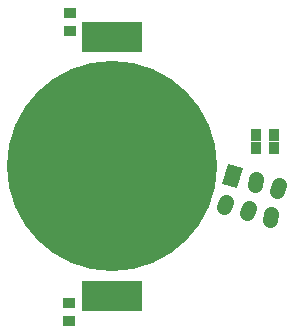
<source format=gbr>
G04 #@! TF.FileFunction,Soldermask,Bot*
%FSLAX46Y46*%
G04 Gerber Fmt 4.6, Leading zero omitted, Abs format (unit mm)*
G04 Created by KiCad (PCBNEW (2015-03-21 BZR 5528)-product) date Wed 25 Mar 2015 08:48:55 AM EET*
%MOMM*%
G01*
G04 APERTURE LIST*
%ADD10C,0.100000*%
%ADD11C,1.300000*%
%ADD12C,17.800000*%
%ADD13R,5.200000X2.500000*%
%ADD14R,1.000760X0.899160*%
%ADD15R,0.899160X1.000760*%
G04 APERTURE END LIST*
D10*
G36*
X9341883Y-1516056D02*
X9807757Y222611D01*
X11063461Y-113854D01*
X10597587Y-1852521D01*
X9341883Y-1516056D01*
X9341883Y-1516056D01*
G37*
D11*
X9620329Y-2988288D02*
X9490919Y-3471250D01*
X12199229Y-1091112D02*
X12069819Y-1574074D01*
X11552181Y-3505926D02*
X11422771Y-3988888D01*
X14131081Y-1608750D02*
X14001671Y-2091712D01*
X13484033Y-4023564D02*
X13354623Y-4506526D01*
D12*
X0Y0D03*
D13*
X0Y-10985000D03*
X0Y10985000D03*
D14*
X-3683000Y-11567160D03*
X-3683000Y-13070840D03*
X-3556000Y12943840D03*
X-3556000Y11440160D03*
D15*
X13705840Y2667000D03*
X12202160Y2667000D03*
X13705840Y1524000D03*
X12202160Y1524000D03*
M02*

</source>
